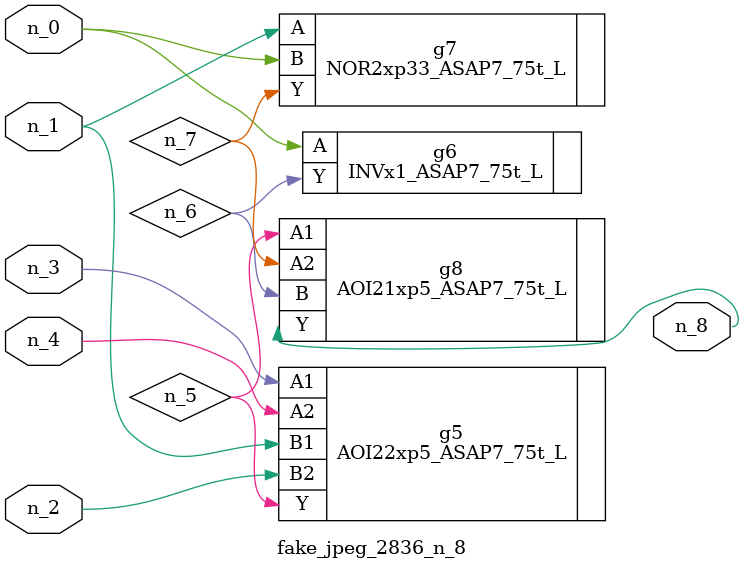
<source format=v>
module fake_jpeg_2836_n_8 (n_3, n_2, n_1, n_0, n_4, n_8);

input n_3;
input n_2;
input n_1;
input n_0;
input n_4;

output n_8;

wire n_6;
wire n_5;
wire n_7;

AOI22xp5_ASAP7_75t_L g5 ( 
.A1(n_3),
.A2(n_4),
.B1(n_1),
.B2(n_2),
.Y(n_5)
);

INVx1_ASAP7_75t_L g6 ( 
.A(n_0),
.Y(n_6)
);

NOR2xp33_ASAP7_75t_L g7 ( 
.A(n_1),
.B(n_0),
.Y(n_7)
);

AOI21xp5_ASAP7_75t_L g8 ( 
.A1(n_5),
.A2(n_7),
.B(n_6),
.Y(n_8)
);


endmodule
</source>
